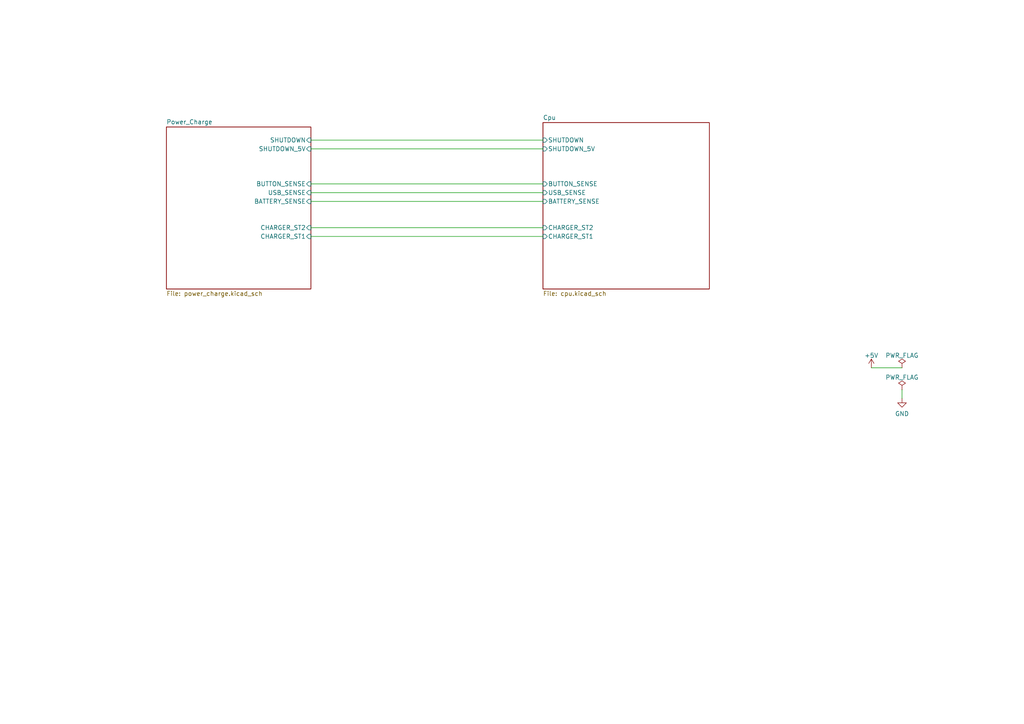
<source format=kicad_sch>
(kicad_sch (version 20211123) (generator eeschema)
  (paper "A4")
  (title_block (date "2022-06-08") (company "INSA - GEI"))
  (lib_symbols
    (symbol "power:+5V" (power) (pin_names (offset 0))
      (property "Value" "+5V" (at 0 3.556 0))
      (symbol "+5V_0_1"
        (polyline (pts (xy -0.762 1.27) (xy 0 2.54)))
        (polyline (pts (xy 0 0) (xy 0 2.54)))
        (polyline (pts (xy 0 2.54) (xy 0.762 1.27)))
      )
      (symbol "+5V_1_1"
        (pin power_in line (at 0 0 90) (length 0) hide (name "+5V") (number "1"))
      )
    )
    (symbol "power:GND" (power) (pin_names (offset 0))
      (property "Value" "GND" (at 0 -3.81 0))
      (symbol "GND_0_1"
        (polyline (pts (xy 0 0) (xy 0 -1.27) (xy 1.27 -1.27) (xy 0 -2.54) (xy -1.27 -1.27) (xy 0 -1.27)))
      )
      (symbol "GND_1_1"
        (pin power_in line (at 0 0 270) (length 0) hide (name "GND") (number "1"))
      )
    )
    (symbol "power:PWR_FLAG" (power) (pin_numbers hide) (pin_names (offset 0) hide)
      (property "Value" "PWR_FLAG" (at 0 3.81 0))
      (symbol "PWR_FLAG_0_0"
        (pin power_out line (at 0 0 90) (length 0) (name "pwr") (number "1"))
      )
      (symbol "PWR_FLAG_0_1"
        (polyline (pts (xy 0 0) (xy 0 1.27) (xy -1.016 1.905) (xy 0 2.54) (xy 1.016 1.905) (xy 0 1.27)))
      )
    )
  )
  (wire (pts (xy 90.17 53.34) (xy 157.48 53.34)))
  (wire (pts (xy 90.17 55.88) (xy 157.48 55.88)))
  (wire (pts (xy 90.17 66.04) (xy 157.48 66.04)))
  (wire (pts (xy 261.62 113.03) (xy 261.62 115.57)))
  (wire (pts (xy 252.73 106.68) (xy 261.62 106.68)))
  (wire (pts (xy 90.17 40.64) (xy 157.48 40.64)))
  (wire (pts (xy 90.17 43.18) (xy 157.48 43.18)))
  (wire (pts (xy 90.17 58.42) (xy 157.48 58.42)))
  (wire (pts (xy 90.17 68.58) (xy 157.48 68.58)))
  (symbol (lib_id "power:GND") (at 261.62 115.57 0) (unit 1)
    (property "Reference" "#PWR04" (effects hide))
    (property "Value" "GND" (at 261.62 120.0134 0))
  )
  (symbol (lib_id "power:+5V") (at 252.73 106.68 0) (unit 1)
    (property "Reference" "#PWR03" (effects hide))
    (property "Value" "+5V" (at 252.73 103.1042 0))
  )
  (symbol (lib_id "power:PWR_FLAG") (at 261.62 106.68 0) (unit 1)
    (property "Reference" "#FLG03" (effects hide))
    (property "Value" "PWR_FLAG" (at 261.62 103.1042 0))
  )
  (symbol (lib_id "power:PWR_FLAG") (at 261.62 113.03 0) (unit 1)
    (property "Reference" "#FLG04" (effects hide))
    (property "Value" "PWR_FLAG" (at 261.62 109.4542 0))
  )
  (sheet (at 157.48 35.56) (size 48.26 48.26) (stroke (width 0.1524))
    (property "Sheet name" "Cpu" (at 157.48 34.8484 0) (effects (justify left bottom)))
    (property "Sheet file" "cpu.kicad_sch" (at 157.48 84.4046 0) (effects (justify left top)))
    (pin "SHUTDOWN" input (at 157.48 40.64 180))
    (pin "BUTTON_SENSE" input (at 157.48 53.34 180))
    (pin "USB_SENSE" input (at 157.48 55.88 180))
    (pin "CHARGER_ST2" input (at 157.48 66.04 180))
    (pin "CHARGER_ST1" input (at 157.48 68.58 180))
    (pin "SHUTDOWN_5V" input (at 157.48 43.18 180))
    (pin "BATTERY_SENSE" input (at 157.48 58.42 180))
  )
  (sheet (at 48.26 36.83) (size 41.91 46.99) (stroke (width 0.1524))
    (property "Sheet name" "Power_Charge" (at 48.26 36.1184 0) (effects (justify left bottom)))
    (property "Sheet file" "power_charge.kicad_sch" (at 48.26 84.4046 0) (effects (justify left top)))
    (pin "BATTERY_SENSE" input (at 90.17 58.42 0))
    (pin "USB_SENSE" input (at 90.17 55.88 0))
    (pin "SHUTDOWN" input (at 90.17 40.64 0))
    (pin "BUTTON_SENSE" input (at 90.17 53.34 0))
    (pin "SHUTDOWN_5V" input (at 90.17 43.18 0))
    (pin "CHARGER_ST2" input (at 90.17 66.04 0))
    (pin "CHARGER_ST1" input (at 90.17 68.58 0))
  )
)
</source>
